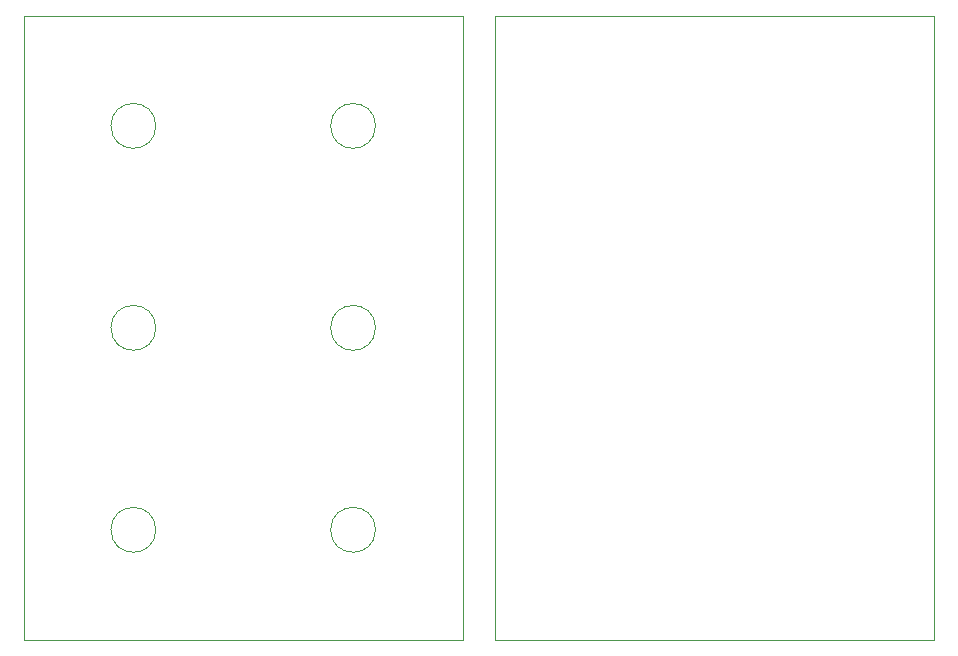
<source format=gbr>
%TF.GenerationSoftware,KiCad,Pcbnew,8.0.2*%
%TF.CreationDate,2025-04-24T14:12:27-05:00*%
%TF.ProjectId,Circuit_design,43697263-7569-4745-9f64-657369676e2e,rev?*%
%TF.SameCoordinates,Original*%
%TF.FileFunction,Profile,NP*%
%FSLAX46Y46*%
G04 Gerber Fmt 4.6, Leading zero omitted, Abs format (unit mm)*
G04 Created by KiCad (PCBNEW 8.0.2) date 2025-04-24 14:12:27*
%MOMM*%
%LPD*%
G01*
G04 APERTURE LIST*
%TA.AperFunction,Profile*%
%ADD10C,0.120000*%
%TD*%
G04 APERTURE END LIST*
%TO.C,U1*%
D10*
X104410000Y-103400000D02*
X67210000Y-103400000D01*
X67210000Y-50600000D01*
X104410000Y-50600000D01*
X104410000Y-103400000D01*
X78410000Y-59900000D02*
G75*
G02*
X74610000Y-59900000I-1900000J0D01*
G01*
X74610000Y-59900000D02*
G75*
G02*
X78410000Y-59900000I1900000J0D01*
G01*
X78410000Y-77000000D02*
G75*
G02*
X74610000Y-77000000I-1900000J0D01*
G01*
X74610000Y-77000000D02*
G75*
G02*
X78410000Y-77000000I1900000J0D01*
G01*
X78410000Y-94100000D02*
G75*
G02*
X74610000Y-94100000I-1900000J0D01*
G01*
X74610000Y-94100000D02*
G75*
G02*
X78410000Y-94100000I1900000J0D01*
G01*
X97010000Y-59900000D02*
G75*
G02*
X93210000Y-59900000I-1900000J0D01*
G01*
X93210000Y-59900000D02*
G75*
G02*
X97010000Y-59900000I1900000J0D01*
G01*
X97010000Y-77000000D02*
G75*
G02*
X93210000Y-77000000I-1900000J0D01*
G01*
X93210000Y-77000000D02*
G75*
G02*
X97010000Y-77000000I1900000J0D01*
G01*
X97010000Y-94100000D02*
G75*
G02*
X93210000Y-94100000I-1900000J0D01*
G01*
X93210000Y-94100000D02*
G75*
G02*
X97010000Y-94100000I1900000J0D01*
G01*
%TO.C,Layer_2*%
X107135000Y-103390000D02*
X144335000Y-103390000D01*
X144335000Y-50590000D01*
X107135000Y-50590000D01*
X107135000Y-103390000D01*
%TD*%
M02*

</source>
